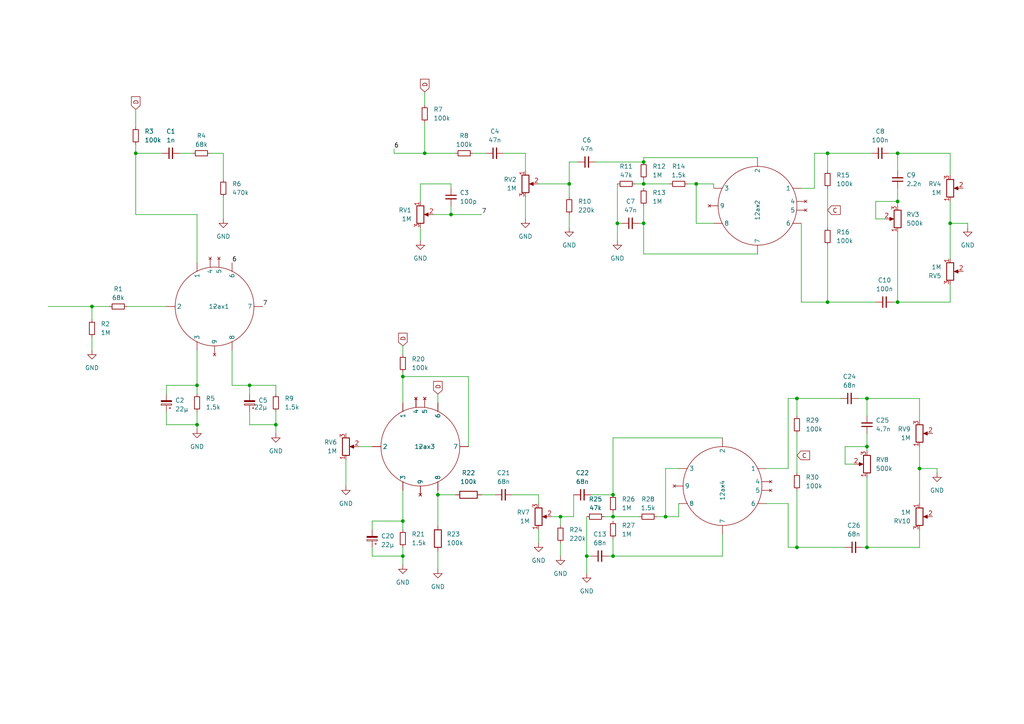
<source format=kicad_sch>
(kicad_sch (version 20230121) (generator eeschema)
  (paper "A4")
  (lib_symbols
    (symbol "Device:C_Polarized_Small" (pin_numbers hide) (pin_names (offset 0.254) hide)
      (property "Reference" "C" (at 0.254 1.778 0))
      (property "Value" "C_Polarized_Small" (at 0.254 -2.032 0))
      (symbol "C_Polarized_Small_0_1"
        (rectangle (start -1.524 -0.3048) (end 1.524 -0.6858) (fill (type outline)))
        (rectangle (start -1.524 0.6858) (end 1.524 0.3048))
        (polyline (pts (xy -1.27 1.524) (xy -0.762 1.524)))
        (polyline (pts (xy -1.016 1.27) (xy -1.016 1.778)))
      )
      (symbol "C_Polarized_Small_1_1"
        (pin passive line (at 0 2.54 270) (length 1.8542) (name "~") (number "1"))
        (pin passive line (at 0 -2.54 90) (length 1.8542) (name "~") (number "2"))
      )
    )
    (symbol "Device:C_Small" (pin_numbers hide) (pin_names (offset 0.254) hide)
      (property "Reference" "C" (at 0.254 1.778 0))
      (property "Value" "C_Small" (at 0.254 -2.032 0))
      (symbol "C_Small_0_1"
        (polyline (pts (xy -1.524 -0.508) (xy 1.524 -0.508)) (stroke (width 0.3302)))
        (polyline (pts (xy -1.524 0.508) (xy 1.524 0.508)) (stroke (width 0.3048)))
      )
      (symbol "C_Small_1_1"
        (pin passive line (at 0 2.54 270) (length 2.032) (name "~") (number "1"))
        (pin passive line (at 0 -2.54 90) (length 2.032) (name "~") (number "2"))
      )
    )
    (symbol "Device:R" (pin_numbers hide) (pin_names (offset 0))
      (property "Reference" "R" (at 2.032 0 90))
      (property "Value" "R" (at 0 0 90))
      (symbol "R_0_1"
        (rectangle (start -1.016 -2.54) (end 1.016 2.54) (stroke (width 0.254)))
      )
      (symbol "R_1_1"
        (pin passive line (at 0 3.81 270) (length 1.27) (name "~") (number "1"))
        (pin passive line (at 0 -3.81 90) (length 1.27) (name "~") (number "2"))
      )
    )
    (symbol "Device:R_Potentiometer" (pin_names (offset 1.016) hide)
      (property "Reference" "RV" (at -4.445 0 90))
      (property "Value" "R_Potentiometer" (at -2.54 0 90))
      (symbol "R_Potentiometer_0_1"
        (polyline (pts (xy 2.54 0) (xy 1.524 0)))
        (polyline (pts (xy 1.143 0) (xy 2.286 0.508) (xy 2.286 -0.508) (xy 1.143 0)) (fill (type outline)))
        (rectangle (start 1.016 2.54) (end -1.016 -2.54) (stroke (width 0.254)))
      )
      (symbol "R_Potentiometer_1_1"
        (pin passive line (at 0 3.81 270) (length 1.27) (name "1") (number "1"))
        (pin passive line (at 3.81 0 180) (length 1.27) (name "2") (number "2"))
        (pin passive line (at 0 -3.81 90) (length 1.27) (name "3") (number "3"))
      )
    )
    (symbol "Device:R_Small" (pin_numbers hide) (pin_names (offset 0.254) hide)
      (property "Reference" "R" (at 0.762 0.508 0))
      (property "Value" "R_Small" (at 0.762 -1.016 0))
      (symbol "R_Small_0_1"
        (rectangle (start -0.762 1.778) (end 0.762 -1.778) (stroke (width 0.2032)))
      )
      (symbol "R_Small_1_1"
        (pin passive line (at 0 2.54 270) (length 0.762) (name "~") (number "1"))
        (pin passive line (at 0 -2.54 90) (length 0.762) (name "~") (number "2"))
      )
    )
    (symbol "Maker:12ax7_rapide"
      (property "Reference" "12ax7" (at 0 0 0))
      (symbol "12ax7_rapide_0_1"
        (circle (center 0 0) (radius 11.43))
      )
      (symbol "12ax7_rapide_1_1"
        (pin output line (at -5.08 12.7 270) (length 2.54) (name "1") (number ""))
        (pin input line (at -13.97 0 0) (length 2.54) (name "2") (number ""))
        (pin output line (at -5.08 -12.7 90) (length 2.54) (name "3") (number ""))
        (pin no_connect line (at -1.27 13.97 270) (length 2.54) (name "4") (number ""))
        (pin no_connect line (at 1.27 13.97 270) (length 2.54) (name "5") (number ""))
        (pin output line (at 5.08 12.7 270) (length 2.54) (name "6") (number ""))
        (pin input line (at 13.97 0 180) (length 2.54) (name "7") (number ""))
        (pin output line (at 5.08 -12.7 90) (length 2.54) (name "8") (number ""))
        (pin no_connect line (at 0 -13.97 90) (length 2.54) (name "9") (number ""))
      )
    )
    (symbol "power:GND" (power) (pin_names (offset 0))
      (property "Value" "GND" (at 0 -3.81 0))
      (symbol "GND_0_1"
        (polyline (pts (xy 0 0) (xy 0 -1.27) (xy 1.27 -1.27) (xy 0 -2.54) (xy -1.27 -1.27) (xy 0 -1.27)))
      )
      (symbol "GND_1_1"
        (pin power_in line (at 0 0 270) (length 0) hide (name "GND") (number "1"))
      )
    )
  )
  (junction (at 201.93 53.34))
  (junction (at 251.46 115.57))
  (junction (at 186.69 64.77))
  (junction (at 251.46 158.75))
  (junction (at 162.56 149.86))
  (junction (at 127 143.51))
  (junction (at 260.35 44.45))
  (junction (at 177.8 161.29))
  (junction (at 275.59 64.77))
  (junction (at 130.81 62.23))
  (junction (at 251.46 129.54))
  (junction (at 116.84 151.13))
  (junction (at 57.15 123.19))
  (junction (at 231.14 115.57))
  (junction (at 116.84 161.29))
  (junction (at 80.01 123.19))
  (junction (at 240.03 44.45))
  (junction (at 260.35 87.63))
  (junction (at 72.39 111.76))
  (junction (at 123.19 44.45))
  (junction (at 165.1 53.34))
  (junction (at 116.84 109.22))
  (junction (at 177.8 149.86))
  (junction (at 26.67 88.9))
  (junction (at 177.8 143.51))
  (junction (at 186.69 53.34))
  (junction (at 179.07 64.77))
  (junction (at 170.18 161.29))
  (junction (at 266.7 135.89))
  (junction (at 260.35 58.42))
  (junction (at 186.69 46.99))
  (junction (at 231.14 158.75))
  (junction (at 193.04 149.86))
  (junction (at 240.03 87.63))
  (junction (at 39.37 44.45))
  (junction (at 57.15 111.76))
  (wire (pts (xy 48.26 123.19) (xy 57.15 123.19)))
  (wire (pts (xy 39.37 41.91) (xy 39.37 44.45)))
  (wire (pts (xy 222.25 146.05) (xy 228.6 146.05)))
  (wire (pts (xy 146.05 44.45) (xy 152.4 44.45)))
  (wire (pts (xy 177.8 156.21) (xy 177.8 161.29)))
  (wire (pts (xy 165.1 46.99) (xy 165.1 53.34)))
  (wire (pts (xy 107.95 153.67) (xy 107.95 151.13)))
  (wire (pts (xy 127 160.02) (xy 127 165.1)))
  (wire (pts (xy 114.3 44.45) (xy 123.19 44.45)))
  (wire (pts (xy 67.31 101.6) (xy 67.31 111.76)))
  (wire (pts (xy 240.03 44.45) (xy 240.03 49.53)))
  (wire (pts (xy 190.5 149.86) (xy 193.04 149.86)))
  (wire (pts (xy 193.04 135.89) (xy 193.04 149.86)))
  (wire (pts (xy 231.14 115.57) (xy 231.14 120.65)))
  (wire (pts (xy 39.37 31.75) (xy 39.37 36.83)))
  (wire (pts (xy 57.15 123.19) (xy 57.15 124.46)))
  (wire (pts (xy 116.84 142.24) (xy 116.84 151.13)))
  (wire (pts (xy 135.89 129.54) (xy 135.89 109.22)))
  (wire (pts (xy 130.81 62.23) (xy 130.81 59.69)))
  (wire (pts (xy 107.95 151.13) (xy 116.84 151.13)))
  (wire (pts (xy 186.69 53.34) (xy 194.31 53.34)))
  (wire (pts (xy 193.04 149.86) (xy 196.85 149.86)))
  (wire (pts (xy 260.35 87.63) (xy 259.08 87.63)))
  (wire (pts (xy 209.55 127) (xy 177.8 127)))
  (wire (pts (xy 152.4 44.45) (xy 152.4 49.53)))
  (wire (pts (xy 275.59 64.77) (xy 275.59 74.93)))
  (wire (pts (xy 280.67 64.77) (xy 275.59 64.77)))
  (wire (pts (xy 177.8 161.29) (xy 176.53 161.29)))
  (wire (pts (xy 123.19 26.67) (xy 123.19 30.48)))
  (wire (pts (xy 236.22 54.61) (xy 236.22 44.45)))
  (wire (pts (xy 116.84 107.95) (xy 116.84 109.22)))
  (wire (pts (xy 251.46 129.54) (xy 251.46 130.81)))
  (wire (pts (xy 127 152.4) (xy 127 143.51)))
  (wire (pts (xy 165.1 53.34) (xy 165.1 57.15)))
  (wire (pts (xy 165.1 46.99) (xy 167.64 46.99)))
  (wire (pts (xy 177.8 149.86) (xy 185.42 149.86)))
  (wire (pts (xy 170.18 149.86) (xy 170.18 161.29)))
  (wire (pts (xy 275.59 44.45) (xy 260.35 44.45)))
  (wire (pts (xy 116.84 158.75) (xy 116.84 161.29)))
  (wire (pts (xy 80.01 123.19) (xy 80.01 125.73)))
  (wire (pts (xy 48.26 119.38) (xy 48.26 123.19)))
  (wire (pts (xy 114.3 43.18) (xy 114.3 44.45)))
  (wire (pts (xy 64.77 44.45) (xy 64.77 52.07)))
  (wire (pts (xy 196.85 135.89) (xy 193.04 135.89)))
  (wire (pts (xy 130.81 62.23) (xy 139.7 62.23)))
  (wire (pts (xy 130.81 54.61) (xy 130.81 53.34)))
  (wire (pts (xy 201.93 64.77) (xy 201.93 53.34)))
  (wire (pts (xy 127 142.24) (xy 127 143.51)))
  (wire (pts (xy 172.72 46.99) (xy 186.69 46.99)))
  (wire (pts (xy 179.07 64.77) (xy 180.34 64.77)))
  (wire (pts (xy 125.73 62.23) (xy 130.81 62.23)))
  (wire (pts (xy 251.46 115.57) (xy 251.46 120.65)))
  (wire (pts (xy 123.19 44.45) (xy 132.08 44.45)))
  (wire (pts (xy 231.14 158.75) (xy 245.11 158.75)))
  (wire (pts (xy 231.14 142.24) (xy 231.14 158.75)))
  (wire (pts (xy 160.02 149.86) (xy 162.56 149.86)))
  (wire (pts (xy 207.01 64.77) (xy 201.93 64.77)))
  (wire (pts (xy 57.15 62.23) (xy 39.37 62.23)))
  (wire (pts (xy 165.1 62.23) (xy 165.1 66.04)))
  (wire (pts (xy 127 114.3) (xy 127 116.84)))
  (wire (pts (xy 100.33 133.35) (xy 100.33 140.97)))
  (wire (pts (xy 57.15 119.38) (xy 57.15 123.19)))
  (wire (pts (xy 36.83 88.9) (xy 48.26 88.9)))
  (wire (pts (xy 228.6 135.89) (xy 228.6 115.57)))
  (wire (pts (xy 123.19 35.56) (xy 123.19 44.45)))
  (wire (pts (xy 201.93 53.34) (xy 207.01 53.34)))
  (wire (pts (xy 260.35 58.42) (xy 260.35 59.69)))
  (wire (pts (xy 137.16 44.45) (xy 140.97 44.45)))
  (wire (pts (xy 266.7 115.57) (xy 251.46 115.57)))
  (wire (pts (xy 57.15 114.3) (xy 57.15 111.76)))
  (wire (pts (xy 156.21 53.34) (xy 165.1 53.34)))
  (wire (pts (xy 26.67 88.9) (xy 26.67 92.71)))
  (wire (pts (xy 156.21 143.51) (xy 156.21 146.05)))
  (wire (pts (xy 72.39 123.19) (xy 80.01 123.19)))
  (wire (pts (xy 266.7 129.54) (xy 266.7 135.89)))
  (wire (pts (xy 107.95 161.29) (xy 116.84 161.29)))
  (wire (pts (xy 48.26 111.76) (xy 48.26 114.3)))
  (wire (pts (xy 256.54 63.5) (xy 254 63.5)))
  (wire (pts (xy 179.07 53.34) (xy 179.07 64.77)))
  (wire (pts (xy 266.7 158.75) (xy 251.46 158.75)))
  (wire (pts (xy 139.7 143.51) (xy 143.51 143.51)))
  (wire (pts (xy 121.92 66.04) (xy 121.92 69.85)))
  (wire (pts (xy 275.59 82.55) (xy 275.59 87.63)))
  (wire (pts (xy 184.15 53.34) (xy 186.69 53.34)))
  (wire (pts (xy 275.59 87.63) (xy 260.35 87.63)))
  (wire (pts (xy 266.7 153.67) (xy 266.7 158.75)))
  (wire (pts (xy 148.59 143.51) (xy 156.21 143.51)))
  (wire (pts (xy 80.01 119.38) (xy 80.01 123.19)))
  (wire (pts (xy 162.56 149.86) (xy 166.37 149.86)))
  (wire (pts (xy 186.69 52.07) (xy 186.69 53.34)))
  (wire (pts (xy 152.4 57.15) (xy 152.4 63.5)))
  (wire (pts (xy 251.46 138.43) (xy 251.46 158.75)))
  (wire (pts (xy 170.18 161.29) (xy 171.45 161.29)))
  (wire (pts (xy 228.6 115.57) (xy 231.14 115.57)))
  (wire (pts (xy 219.71 73.66) (xy 186.69 73.66)))
  (wire (pts (xy 243.84 115.57) (xy 231.14 115.57)))
  (wire (pts (xy 209.55 161.29) (xy 177.8 161.29)))
  (wire (pts (xy 186.69 45.72) (xy 186.69 46.99)))
  (wire (pts (xy 240.03 54.61) (xy 240.03 66.04)))
  (wire (pts (xy 240.03 87.63) (xy 254 87.63)))
  (wire (pts (xy 266.7 135.89) (xy 266.7 146.05)))
  (wire (pts (xy 248.92 115.57) (xy 251.46 115.57)))
  (wire (pts (xy 245.11 129.54) (xy 251.46 129.54)))
  (wire (pts (xy 166.37 149.86) (xy 166.37 143.51)))
  (wire (pts (xy 254 58.42) (xy 260.35 58.42)))
  (wire (pts (xy 26.67 97.79) (xy 26.67 101.6)))
  (wire (pts (xy 107.95 158.75) (xy 107.95 161.29)))
  (wire (pts (xy 275.59 58.42) (xy 275.59 64.77)))
  (wire (pts (xy 207.01 53.34) (xy 207.01 54.61)))
  (wire (pts (xy 228.6 146.05) (xy 228.6 158.75)))
  (wire (pts (xy 186.69 59.69) (xy 186.69 64.77)))
  (wire (pts (xy 135.89 109.22) (xy 116.84 109.22)))
  (wire (pts (xy 127 143.51) (xy 132.08 143.51)))
  (wire (pts (xy 72.39 111.76) (xy 72.39 114.3)))
  (wire (pts (xy 186.69 64.77) (xy 185.42 64.77)))
  (wire (pts (xy 116.84 109.22) (xy 116.84 116.84)))
  (wire (pts (xy 231.14 125.73) (xy 231.14 137.16)))
  (wire (pts (xy 162.56 149.86) (xy 162.56 152.4)))
  (wire (pts (xy 271.78 135.89) (xy 266.7 135.89)))
  (wire (pts (xy 52.07 44.45) (xy 55.88 44.45)))
  (wire (pts (xy 260.35 44.45) (xy 260.35 49.53)))
  (wire (pts (xy 199.39 53.34) (xy 201.93 53.34)))
  (wire (pts (xy 116.84 151.13) (xy 116.84 153.67)))
  (wire (pts (xy 179.07 64.77) (xy 179.07 69.85)))
  (wire (pts (xy 228.6 158.75) (xy 231.14 158.75)))
  (wire (pts (xy 39.37 62.23) (xy 39.37 44.45)))
  (wire (pts (xy 222.25 135.89) (xy 228.6 135.89)))
  (wire (pts (xy 13.97 88.9) (xy 26.67 88.9)))
  (wire (pts (xy 26.67 88.9) (xy 31.75 88.9)))
  (wire (pts (xy 57.15 76.2) (xy 57.15 62.23)))
  (wire (pts (xy 236.22 44.45) (xy 240.03 44.45)))
  (wire (pts (xy 116.84 100.33) (xy 116.84 102.87)))
  (wire (pts (xy 271.78 137.16) (xy 271.78 135.89)))
  (wire (pts (xy 232.41 64.77) (xy 232.41 87.63)))
  (wire (pts (xy 254 63.5) (xy 254 58.42)))
  (wire (pts (xy 280.67 66.04) (xy 280.67 64.77)))
  (wire (pts (xy 121.92 53.34) (xy 121.92 58.42)))
  (wire (pts (xy 219.71 45.72) (xy 186.69 45.72)))
  (wire (pts (xy 175.26 149.86) (xy 177.8 149.86)))
  (wire (pts (xy 64.77 57.15) (xy 64.77 63.5)))
  (wire (pts (xy 57.15 101.6) (xy 57.15 111.76)))
  (wire (pts (xy 275.59 50.8) (xy 275.59 44.45)))
  (wire (pts (xy 39.37 44.45) (xy 46.99 44.45)))
  (wire (pts (xy 260.35 54.61) (xy 260.35 58.42)))
  (wire (pts (xy 209.55 154.94) (xy 209.55 161.29)))
  (wire (pts (xy 104.14 129.54) (xy 107.95 129.54)))
  (wire (pts (xy 252.73 44.45) (xy 240.03 44.45)))
  (wire (pts (xy 251.46 158.75) (xy 250.19 158.75)))
  (wire (pts (xy 116.84 161.29) (xy 116.84 163.83)))
  (wire (pts (xy 67.31 111.76) (xy 72.39 111.76)))
  (wire (pts (xy 60.96 44.45) (xy 64.77 44.45)))
  (wire (pts (xy 186.69 73.66) (xy 186.69 64.77)))
  (wire (pts (xy 162.56 157.48) (xy 162.56 161.29)))
  (wire (pts (xy 266.7 121.92) (xy 266.7 115.57)))
  (wire (pts (xy 260.35 67.31) (xy 260.35 87.63)))
  (wire (pts (xy 196.85 146.05) (xy 196.85 149.86)))
  (wire (pts (xy 245.11 134.62) (xy 245.11 129.54)))
  (wire (pts (xy 232.41 54.61) (xy 236.22 54.61)))
  (wire (pts (xy 156.21 153.67) (xy 156.21 157.48)))
  (wire (pts (xy 72.39 119.38) (xy 72.39 123.19)))
  (wire (pts (xy 247.65 134.62) (xy 245.11 134.62)))
  (wire (pts (xy 177.8 148.59) (xy 177.8 149.86)))
  (wire (pts (xy 170.18 161.29) (xy 170.18 166.37)))
  (wire (pts (xy 80.01 114.3) (xy 80.01 111.76)))
  (wire (pts (xy 80.01 111.76) (xy 72.39 111.76)))
  (wire (pts (xy 240.03 71.12) (xy 240.03 87.63)))
  (wire (pts (xy 251.46 125.73) (xy 251.46 129.54)))
  (wire (pts (xy 57.15 111.76) (xy 48.26 111.76)))
  (wire (pts (xy 130.81 53.34) (xy 121.92 53.34)))
  (wire (pts (xy 177.8 127) (xy 177.8 143.51)))
  (wire (pts (xy 171.45 143.51) (xy 177.8 143.51)))
  (wire (pts (xy 257.81 44.45) (xy 260.35 44.45)))
  (wire (pts (xy 232.41 87.63) (xy 240.03 87.63)))
  (label "7" (at 139.7 62.23 0))
  (label "7" (at 76.2 88.9 0))
  (label "6" (at 67.31 76.2 0))
  (label "6" (at 114.3 43.18 0))
  (global_label "D" (shape input) (at 123.19 26.67 90) (property "Intersheetrefs" "${INTERSHEET_REFS}" (effects hide)))
  (global_label "D" (shape input) (at 127 114.3 90) (property "Intersheetrefs" "${INTERSHEET_REFS}" (effects hide)))
  (global_label "D" (shape input) (at 116.84 100.33 90) (property "Intersheetrefs" "${INTERSHEET_REFS}" (effects hide)))
  (global_label "C" (shape input) (at 240.03 60.96 0) (property "Intersheetrefs" "${INTERSHEET_REFS}" (effects hide)))
  (global_label "C" (shape input) (at 231.14 132.08 0) (property "Intersheetrefs" "${INTERSHEET_REFS}" (effects hide)))
  (global_label "D" (shape input) (at 39.37 31.75 90) (property "Intersheetrefs" "${INTERSHEET_REFS}" (effects hide)))
  (symbol (lib_id "power:GND") (at 271.78 137.16 0) (unit 1)
    (property "Reference" "#PWR016" (effects hide))
    (property "Value" "GND" (at 271.78 142.24 0))
  )
  (symbol (lib_id "Device:C_Small") (at 255.27 44.45 90) (unit 1)
    (property "Reference" "C8" (at 255.2763 38.1 90))
    (property "Value" "100n" (at 255.2763 40.64 90))
  )
  (symbol (lib_id "power:GND") (at 121.92 69.85 0) (unit 1)
    (property "Reference" "#PWR04" (effects hide))
    (property "Value" "GND" (at 121.92 74.93 0))
  )
  (symbol (lib_id "Device:C_Small") (at 143.51 44.45 90) (unit 1)
    (property "Reference" "C4" (at 143.5163 38.1 90))
    (property "Value" "47n" (at 143.5163 40.64 90))
  )
  (symbol (lib_id "Device:R_Small") (at 26.67 95.25 180) (unit 1)
    (property "Reference" "R2" (at 29.21 93.98 0) (effects (justify right)))
    (property "Value" "1M" (at 29.21 96.52 0) (effects (justify right)))
  )
  (symbol (lib_id "Device:R_Small") (at 186.69 49.53 0) (unit 1)
    (property "Reference" "R12" (at 189.23 48.26 0) (effects (justify left)))
    (property "Value" "1M" (at 189.23 50.8 0) (effects (justify left)))
  )
  (symbol (lib_id "Device:R_Small") (at 231.14 139.7 0) (unit 1)
    (property "Reference" "R30" (at 233.68 138.43 0) (effects (justify left)))
    (property "Value" "100k" (at 233.68 140.97 0) (effects (justify left)))
  )
  (symbol (lib_id "Device:C_Small") (at 130.81 57.15 0) (unit 1)
    (property "Reference" "C3" (at 133.35 55.8863 0) (effects (justify left)))
    (property "Value" "100p" (at 133.35 58.4263 0) (effects (justify left)))
  )
  (symbol (lib_id "Device:R_Potentiometer") (at 156.21 149.86 0) (mirror x) (unit 1)
    (property "Reference" "RV7" (at 153.67 148.59 0) (effects (justify right)))
    (property "Value" "1M" (at 153.67 151.13 0) (effects (justify right)))
  )
  (symbol (lib_id "Device:R_Potentiometer") (at 275.59 54.61 0) (mirror x) (unit 1)
    (property "Reference" "RV4" (at 273.05 53.34 0) (effects (justify right)))
    (property "Value" "1M" (at 273.05 55.88 0) (effects (justify right)))
  )
  (symbol (lib_id "Device:R_Small") (at 116.84 105.41 0) (unit 1)
    (property "Reference" "R20" (at 119.38 104.14 0) (effects (justify left)))
    (property "Value" "100k" (at 119.38 106.68 0) (effects (justify left)))
  )
  (symbol (lib_id "Device:R_Small") (at 187.96 149.86 90) (unit 1)
    (property "Reference" "R28" (at 187.96 144.78 90))
    (property "Value" "1.5k" (at 187.96 147.32 90))
  )
  (symbol (lib_id "Maker:12ax7_rapide") (at 219.71 59.69 270) (unit 1)
    (property "Reference" "12ax2" (at 219.71 60.96 0))
    (property "Value" "~" (at 219.71 59.69 0))
  )
  (symbol (lib_id "Device:R_Small") (at 34.29 88.9 90) (unit 1)
    (property "Reference" "R1" (at 34.29 83.82 90))
    (property "Value" "68k" (at 34.29 86.36 90))
  )
  (symbol (lib_id "Maker:12ax7_rapide") (at 209.55 140.97 270) (unit 1)
    (property "Reference" "12ax4" (at 209.55 142.24 0))
    (property "Value" "~" (at 209.55 140.97 0))
  )
  (symbol (lib_id "Device:R_Potentiometer") (at 266.7 125.73 0) (mirror x) (unit 1)
    (property "Reference" "RV9" (at 264.16 124.46 0) (effects (justify right)))
    (property "Value" "1M" (at 264.16 127 0) (effects (justify right)))
  )
  (symbol (lib_id "Device:R_Potentiometer") (at 251.46 134.62 180) (unit 1)
    (property "Reference" "RV8" (at 254 133.35 0) (effects (justify right)))
    (property "Value" "500k" (at 254 135.89 0) (effects (justify right)))
  )
  (symbol (lib_id "Device:C_Polarized_Small") (at 48.26 116.84 180) (unit 1)
    (property "Reference" "C2" (at 50.8 116.1161 0) (effects (justify right)))
    (property "Value" "22µ" (at 50.8 118.6561 0) (effects (justify right)))
  )
  (symbol (lib_id "Device:C_Polarized_Small") (at 72.39 116.84 180) (unit 1)
    (property "Reference" "C5" (at 74.93 116.1161 0) (effects (justify right)))
    (property "Value" "22µ" (at 73.66 118.11 0) (effects (justify right)))
  )
  (symbol (lib_id "power:GND") (at 100.33 140.97 0) (unit 1)
    (property "Reference" "#PWR010" (effects hide))
    (property "Value" "GND" (at 100.33 146.05 0))
  )
  (symbol (lib_id "Device:R_Small") (at 177.8 153.67 0) (unit 1)
    (property "Reference" "R27" (at 180.34 152.4 0) (effects (justify left)))
    (property "Value" "1M" (at 180.34 154.94 0) (effects (justify left)))
  )
  (symbol (lib_id "Device:R") (at 127 156.21 0) (unit 1)
    (property "Reference" "R23" (at 129.54 154.94 0) (effects (justify left)))
    (property "Value" "100k" (at 129.54 157.48 0) (effects (justify left)))
  )
  (symbol (lib_id "Device:R_Small") (at 172.72 149.86 90) (unit 1)
    (property "Reference" "R25" (at 172.72 144.78 90))
    (property "Value" "47k" (at 172.72 147.32 90))
  )
  (symbol (lib_id "power:GND") (at 280.67 66.04 0) (unit 1)
    (property "Reference" "#PWR07" (effects hide))
    (property "Value" "GND" (at 280.67 71.12 0))
  )
  (symbol (lib_id "Device:C_Small") (at 246.38 115.57 90) (unit 1)
    (property "Reference" "C24" (at 246.3863 109.22 90))
    (property "Value" "68n" (at 246.3863 111.76 90))
  )
  (symbol (lib_id "power:GND") (at 64.77 63.5 0) (unit 1)
    (property "Reference" "#PWR01" (effects hide))
    (property "Value" "GND" (at 64.77 68.58 0))
  )
  (symbol (lib_id "power:GND") (at 162.56 161.29 0) (unit 1)
    (property "Reference" "#PWR015" (effects hide))
    (property "Value" "GND" (at 162.56 166.37 0))
  )
  (symbol (lib_id "Device:R_Potentiometer") (at 100.33 129.54 0) (mirror x) (unit 1)
    (property "Reference" "RV6" (at 97.79 128.27 0) (effects (justify right)))
    (property "Value" "1M" (at 97.79 130.81 0) (effects (justify right)))
  )
  (symbol (lib_id "Device:R_Small") (at 177.8 146.05 0) (unit 1)
    (property "Reference" "R26" (at 180.34 144.78 0) (effects (justify left)))
    (property "Value" "1M" (at 180.34 147.32 0) (effects (justify left)))
  )
  (symbol (lib_id "Device:R_Potentiometer") (at 121.92 62.23 0) (unit 1)
    (property "Reference" "RV1" (at 119.38 60.96 0) (effects (justify right)))
    (property "Value" "1M" (at 119.38 63.5 0) (effects (justify right)))
  )
  (symbol (lib_id "Device:C_Small") (at 251.46 123.19 180) (unit 1)
    (property "Reference" "C25" (at 254 121.9136 0) (effects (justify right)))
    (property "Value" "4.7n" (at 254 124.4536 0) (effects (justify right)))
  )
  (symbol (lib_id "Device:R") (at 135.89 143.51 90) (unit 1)
    (property "Reference" "R22" (at 135.89 137.16 90))
    (property "Value" "100k" (at 135.89 139.7 90))
  )
  (symbol (lib_id "Device:C_Small") (at 256.54 87.63 90) (unit 1)
    (property "Reference" "C10" (at 256.5463 81.28 90))
    (property "Value" "100n" (at 256.5463 83.82 90))
  )
  (symbol (lib_id "Device:C_Small") (at 182.88 64.77 90) (unit 1)
    (property "Reference" "C7" (at 182.8863 58.42 90))
    (property "Value" "47n" (at 182.8863 60.96 90))
  )
  (symbol (lib_id "Device:R_Small") (at 162.56 154.94 0) (unit 1)
    (property "Reference" "R24" (at 165.1 153.67 0) (effects (justify left)))
    (property "Value" "220k" (at 165.1 156.21 0) (effects (justify left)))
  )
  (symbol (lib_id "Device:C_Small") (at 260.35 52.07 180) (unit 1)
    (property "Reference" "C9" (at 262.89 50.7936 0) (effects (justify right)))
    (property "Value" "2.2n" (at 262.89 53.3336 0) (effects (justify right)))
  )
  (symbol (lib_id "power:GND") (at 26.67 101.6 0) (unit 1)
    (property "Reference" "#PWR02" (effects hide))
    (property "Value" "GND" (at 26.67 106.68 0))
  )
  (symbol (lib_id "power:GND") (at 57.15 124.46 0) (unit 1)
    (property "Reference" "#PWR03" (effects hide))
    (property "Value" "GND" (at 57.15 129.54 0))
  )
  (symbol (lib_id "Device:R_Small") (at 181.61 53.34 90) (unit 1)
    (property "Reference" "R11" (at 181.61 48.26 90))
    (property "Value" "47k" (at 181.61 50.8 90))
  )
  (symbol (lib_id "Device:R_Potentiometer") (at 266.7 149.86 0) (unit 1)
    (property "Reference" "RV10" (at 264.16 151.13 0) (effects (justify right)))
    (property "Value" "1M" (at 264.16 148.59 0) (effects (justify right)))
  )
  (symbol (lib_id "Device:R_Small") (at 58.42 44.45 90) (unit 1)
    (property "Reference" "R4" (at 58.42 39.37 90))
    (property "Value" "68k" (at 58.42 41.91 90))
  )
  (symbol (lib_id "Maker:12ax7_rapide") (at 121.92 129.54 0) (unit 1)
    (property "Reference" "12ax3" (at 123.19 129.54 0))
    (property "Value" "~" (at 121.92 129.54 0))
  )
  (symbol (lib_id "Device:R_Small") (at 240.03 68.58 0) (unit 1)
    (property "Reference" "R16" (at 242.57 67.31 0) (effects (justify left)))
    (property "Value" "100k" (at 242.57 69.85 0) (effects (justify left)))
  )
  (symbol (lib_id "Device:R_Small") (at 123.19 33.02 0) (unit 1)
    (property "Reference" "R7" (at 125.73 31.75 0) (effects (justify left)))
    (property "Value" "100k" (at 125.73 34.29 0) (effects (justify left)))
  )
  (symbol (lib_id "Device:C_Small") (at 173.99 161.29 90) (unit 1)
    (property "Reference" "C13" (at 173.9963 154.94 90))
    (property "Value" "68n" (at 173.9963 157.48 90))
  )
  (symbol (lib_id "Device:C_Polarized_Small") (at 107.95 156.21 180) (unit 1)
    (property "Reference" "C20" (at 110.49 155.4861 0) (effects (justify right)))
    (property "Value" "22µ" (at 110.49 158.0261 0) (effects (justify right)))
  )
  (symbol (lib_id "Device:C_Small") (at 170.18 46.99 90) (unit 1)
    (property "Reference" "C6" (at 170.1863 40.64 90))
    (property "Value" "47n" (at 170.1863 43.18 90))
  )
  (symbol (lib_id "Device:C_Small") (at 146.05 143.51 90) (unit 1)
    (property "Reference" "C21" (at 146.0563 137.16 90))
    (property "Value" "68n" (at 146.0563 139.7 90))
  )
  (symbol (lib_id "Device:R_Small") (at 186.69 57.15 0) (unit 1)
    (property "Reference" "R13" (at 189.23 55.88 0) (effects (justify left)))
    (property "Value" "1M" (at 189.23 58.42 0) (effects (justify left)))
  )
  (symbol (lib_id "Device:R_Small") (at 134.62 44.45 90) (unit 1)
    (property "Reference" "R8" (at 134.62 39.37 90))
    (property "Value" "100k" (at 134.62 41.91 90))
  )
  (symbol (lib_id "power:GND") (at 80.01 125.73 0) (unit 1)
    (property "Reference" "#PWR09" (effects hide))
    (property "Value" "GND" (at 80.01 130.81 0))
  )
  (symbol (lib_id "Device:R_Small") (at 39.37 39.37 0) (unit 1)
    (property "Reference" "R3" (at 41.91 38.1 0) (effects (justify left)))
    (property "Value" "100k" (at 41.91 40.64 0) (effects (justify left)))
  )
  (symbol (lib_id "Device:R_Potentiometer") (at 275.59 78.74 0) (unit 1)
    (property "Reference" "RV5" (at 273.05 80.01 0) (effects (justify right)))
    (property "Value" "1M" (at 273.05 77.47 0) (effects (justify right)))
  )
  (symbol (lib_id "Device:R_Potentiometer") (at 260.35 63.5 180) (unit 1)
    (property "Reference" "RV3" (at 262.89 62.23 0) (effects (justify right)))
    (property "Value" "500k" (at 262.89 64.77 0) (effects (justify right)))
  )
  (symbol (lib_id "Device:R_Small") (at 64.77 54.61 0) (unit 1)
    (property "Reference" "R6" (at 67.31 53.34 0) (effects (justify left)))
    (property "Value" "470k" (at 67.31 55.88 0) (effects (justify left)))
  )
  (symbol (lib_id "Device:R_Small") (at 165.1 59.69 0) (unit 1)
    (property "Reference" "R10" (at 167.64 58.42 0) (effects (justify left)))
    (property "Value" "220k" (at 167.64 60.96 0) (effects (justify left)))
  )
  (symbol (lib_id "Device:C_Small") (at 168.91 143.51 90) (unit 1)
    (property "Reference" "C22" (at 168.9163 137.16 90))
    (property "Value" "68n" (at 168.9163 139.7 90))
  )
  (symbol (lib_id "power:GND") (at 170.18 166.37 0) (unit 1)
    (property "Reference" "#PWR014" (effects hide))
    (property "Value" "GND" (at 170.18 171.45 0))
  )
  (symbol (lib_id "power:GND") (at 116.84 163.83 0) (unit 1)
    (property "Reference" "#PWR011" (effects hide))
    (property "Value" "GND" (at 116.84 168.91 0))
  )
  (symbol (lib_id "Device:R_Small") (at 57.15 116.84 0) (unit 1)
    (property "Reference" "R5" (at 59.69 115.57 0) (effects (justify left)))
    (property "Value" "1.5k" (at 59.69 118.11 0) (effects (justify left)))
  )
  (symbol (lib_id "Device:R_Small") (at 116.84 156.21 0) (unit 1)
    (property "Reference" "R21" (at 119.38 154.94 0) (effects (justify left)))
    (property "Value" "1.5k" (at 119.38 157.48 0) (effects (justify left)))
  )
  (symbol (lib_id "power:GND") (at 165.1 66.04 0) (unit 1)
    (property "Reference" "#PWR08" (effects hide))
    (property "Value" "GND" (at 165.1 71.12 0))
  )
  (symbol (lib_id "Device:R_Small") (at 80.01 116.84 0) (unit 1)
    (property "Reference" "R9" (at 82.55 115.57 0) (effects (justify left)))
    (property "Value" "1.5k" (at 82.55 118.11 0) (effects (justify left)))
  )
  (symbol (lib_id "Device:R_Small") (at 231.14 123.19 0) (unit 1)
    (property "Reference" "R29" (at 233.68 121.92 0) (effects (justify left)))
    (property "Value" "100k" (at 233.68 124.46 0) (effects (justify left)))
  )
  (symbol (lib_id "power:GND") (at 179.07 69.85 0) (unit 1)
    (property "Reference" "#PWR06" (effects hide))
    (property "Value" "GND" (at 179.07 74.93 0))
  )
  (symbol (lib_id "Device:C_Small") (at 49.53 44.45 90) (unit 1)
    (property "Reference" "C1" (at 49.5363 38.1 90))
    (property "Value" "1n" (at 49.5363 40.64 90))
  )
  (symbol (lib_id "Device:R_Small") (at 240.03 52.07 0) (unit 1)
    (property "Reference" "R15" (at 242.57 50.8 0) (effects (justify left)))
    (property "Value" "100k" (at 242.57 53.34 0) (effects (justify left)))
  )
  (symbol (lib_id "power:GND") (at 156.21 157.48 0) (unit 1)
    (property "Reference" "#PWR013" (effects hide))
    (property "Value" "GND" (at 156.21 162.56 0))
  )
  (symbol (lib_id "Device:R_Potentiometer") (at 152.4 53.34 0) (unit 1)
    (property "Reference" "RV2" (at 149.86 52.07 0) (effects (justify right)))
    (property "Value" "1M" (at 149.86 54.61 0) (effects (justify right)))
  )
  (symbol (lib_id "Maker:12ax7_rapide") (at 62.23 88.9 0) (unit 1)
    (property "Reference" "12ax1" (at 63.5 88.9 0))
    (property "Value" "~" (at 62.23 88.9 0))
  )
  (symbol (lib_id "power:GND") (at 127 165.1 0) (unit 1)
    (property "Reference" "#PWR012" (effects hide))
    (property "Value" "GND" (at 127 170.18 0))
  )
  (symbol (lib_id "power:GND") (at 152.4 63.5 0) (unit 1)
    (property "Reference" "#PWR05" (effects hide))
    (property "Value" "GND" (at 152.4 68.58 0))
  )
  (symbol (lib_id "Device:R_Small") (at 196.85 53.34 90) (unit 1)
    (property "Reference" "R14" (at 196.85 48.26 90))
    (property "Value" "1.5k" (at 196.85 50.8 90))
  )
  (symbol (lib_id "Device:C_Small") (at 247.65 158.75 90) (unit 1)
    (property "Reference" "C26" (at 247.6563 152.4 90))
    (property "Value" "68n" (at 247.6563 154.94 90))
  )
)
</source>
